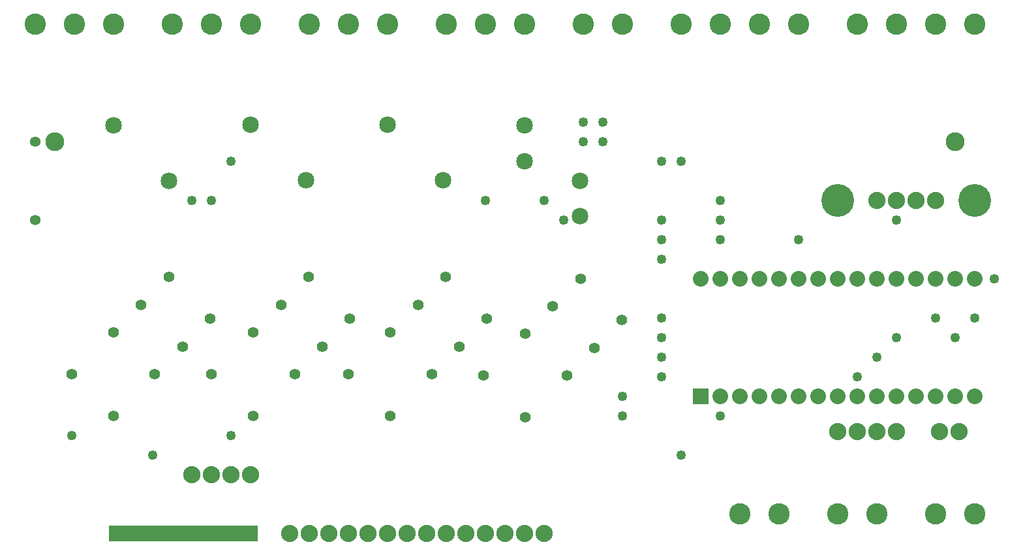
<source format=gts>
G04 MADE WITH FRITZING*
G04 WWW.FRITZING.ORG*
G04 DOUBLE SIDED*
G04 HOLES PLATED*
G04 CONTOUR ON CENTER OF CONTOUR VECTOR*
%ASAXBY*%
%FSLAX23Y23*%
%MOIN*%
%OFA0B0*%
%SFA1.0B1.0*%
%ADD10C,0.096614*%
%ADD11C,0.167480*%
%ADD12C,0.088000*%
%ADD13C,0.049370*%
%ADD14C,0.053307*%
%ADD15C,0.080000*%
%ADD16C,0.109055*%
%ADD17C,0.055000*%
%ADD18C,0.085000*%
%ADD19R,0.764579X0.080724*%
%ADD20R,0.080000X0.079972*%
%ADD21C,0.030000*%
%LNMASK1*%
G90*
G70*
G54D10*
X4908Y2280D03*
X308Y2280D03*
G54D11*
X5008Y1980D03*
X4308Y1980D03*
G54D12*
X4808Y1980D03*
X4708Y1980D03*
X4608Y1980D03*
X4508Y1980D03*
G54D13*
X4608Y1880D03*
X3008Y2380D03*
X1108Y1980D03*
X3108Y2380D03*
X808Y680D03*
X3408Y2180D03*
X2808Y1980D03*
X2908Y1880D03*
X3508Y2180D03*
X3008Y2280D03*
X2508Y1980D03*
X1208Y780D03*
X3508Y680D03*
X3708Y880D03*
G54D14*
X208Y1880D03*
X208Y2280D03*
G54D13*
X1208Y2180D03*
X1008Y1980D03*
X395Y780D03*
X3408Y1880D03*
X3408Y1780D03*
X3408Y1680D03*
X3708Y1980D03*
X3708Y1880D03*
X3708Y1780D03*
X3408Y1080D03*
X4408Y1080D03*
X4508Y1180D03*
X3408Y1180D03*
X3208Y880D03*
X3208Y980D03*
X3408Y1280D03*
X4608Y1280D03*
X3408Y1380D03*
X5108Y1580D03*
X5008Y1380D03*
X4108Y1780D03*
X3108Y2280D03*
G54D12*
X1308Y580D03*
X1208Y580D03*
X1108Y580D03*
X1008Y580D03*
X4608Y800D03*
X4508Y800D03*
X4408Y800D03*
X4308Y800D03*
X4928Y800D03*
X4828Y800D03*
G54D13*
X4808Y1380D03*
X4908Y1280D03*
G54D15*
X3608Y980D03*
X3708Y980D03*
X3808Y980D03*
X3908Y980D03*
X4008Y980D03*
X4108Y980D03*
X4208Y980D03*
X4308Y980D03*
X4408Y980D03*
X4508Y980D03*
X4608Y980D03*
X4708Y980D03*
X4808Y980D03*
X4908Y980D03*
X5008Y980D03*
X3608Y1580D03*
X3708Y1580D03*
X3808Y1580D03*
X3908Y1580D03*
X4008Y1580D03*
X4108Y1580D03*
X4208Y1580D03*
X4308Y1580D03*
X4408Y1580D03*
X4508Y1580D03*
X4608Y1580D03*
X4708Y1580D03*
X4808Y1580D03*
X4908Y1580D03*
X5008Y1580D03*
G54D16*
X3208Y2880D03*
X3008Y2880D03*
X4108Y2880D03*
X3908Y2880D03*
X3708Y2880D03*
X3508Y2880D03*
X5008Y2880D03*
X4808Y2880D03*
X4608Y2880D03*
X4408Y2880D03*
X2708Y2880D03*
X2508Y2880D03*
X2308Y2880D03*
X2008Y2880D03*
X1808Y2880D03*
X1608Y2880D03*
X1308Y2880D03*
X1108Y2880D03*
X908Y2880D03*
X608Y2880D03*
X408Y2880D03*
X208Y2880D03*
X4308Y380D03*
X4508Y380D03*
X4808Y380D03*
X5008Y380D03*
X3808Y380D03*
X4008Y380D03*
G54D17*
X2924Y1085D03*
X2995Y1580D03*
X2853Y1438D03*
X2712Y1297D03*
X2500Y1085D03*
X2712Y873D03*
X3065Y1226D03*
X3207Y1368D03*
X2234Y1092D03*
X2305Y1587D03*
X2164Y1445D03*
X2022Y1304D03*
X1810Y1092D03*
X2022Y880D03*
X2376Y1233D03*
X2517Y1375D03*
X820Y1092D03*
X891Y1587D03*
X750Y1445D03*
X608Y1304D03*
X396Y1092D03*
X608Y880D03*
X962Y1233D03*
X1103Y1375D03*
X1534Y1092D03*
X1605Y1587D03*
X1464Y1445D03*
X1322Y1304D03*
X1110Y1092D03*
X1322Y880D03*
X1676Y1233D03*
X1817Y1375D03*
G54D18*
X2708Y2362D03*
X2991Y2079D03*
X2008Y2364D03*
X2291Y2081D03*
X1308Y2364D03*
X1591Y2081D03*
X608Y2363D03*
X891Y2080D03*
X2708Y2180D03*
X2991Y1897D03*
G54D12*
X2808Y280D03*
X2708Y280D03*
X2608Y280D03*
X2508Y280D03*
X2408Y280D03*
X2308Y280D03*
X2208Y280D03*
X2108Y280D03*
X2008Y280D03*
X1908Y280D03*
X1808Y280D03*
X1708Y280D03*
X1608Y280D03*
X1508Y280D03*
G54D19*
X967Y280D03*
G54D20*
X3608Y980D03*
G54D21*
G36*
X3248Y2840D02*
X3169Y2840D01*
X3169Y2919D01*
X3248Y2919D01*
X3248Y2840D01*
G37*
D02*
G36*
X4148Y2840D02*
X4069Y2840D01*
X4069Y2919D01*
X4148Y2919D01*
X4148Y2840D01*
G37*
D02*
G36*
X5048Y2840D02*
X4969Y2840D01*
X4969Y2919D01*
X5048Y2919D01*
X5048Y2840D01*
G37*
D02*
G36*
X2748Y2840D02*
X2669Y2840D01*
X2669Y2919D01*
X2748Y2919D01*
X2748Y2840D01*
G37*
D02*
G36*
X2048Y2840D02*
X1969Y2840D01*
X1969Y2919D01*
X2048Y2919D01*
X2048Y2840D01*
G37*
D02*
G36*
X1348Y2840D02*
X1269Y2840D01*
X1269Y2919D01*
X1348Y2919D01*
X1348Y2840D01*
G37*
D02*
G36*
X648Y2840D02*
X569Y2840D01*
X569Y2919D01*
X648Y2919D01*
X648Y2840D01*
G37*
D02*
G36*
X4269Y419D02*
X4348Y419D01*
X4348Y340D01*
X4269Y340D01*
X4269Y419D01*
G37*
D02*
G36*
X4769Y419D02*
X4848Y419D01*
X4848Y340D01*
X4769Y340D01*
X4769Y419D01*
G37*
D02*
G36*
X3769Y419D02*
X3848Y419D01*
X3848Y340D01*
X3769Y340D01*
X3769Y419D01*
G37*
D02*
G04 End of Mask1*
M02*
</source>
